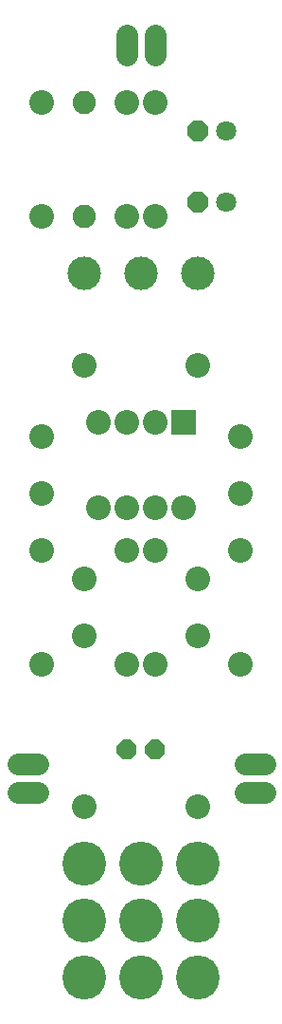
<source format=gts>
G75*
%MOIN*%
%OFA0B0*%
%FSLAX25Y25*%
%IPPOS*%
%LPD*%
%AMOC8*
5,1,8,0,0,1.08239X$1,22.5*
%
%ADD10C,0.08200*%
%ADD11OC8,0.07100*%
%ADD12C,0.07100*%
%ADD13OC8,0.07000*%
%ADD14C,0.15430*%
%ADD15C,0.08674*%
%ADD16R,0.08674X0.08674*%
%ADD17C,0.11800*%
%ADD18C,0.07800*%
D10*
X0031000Y0284300D03*
X0031000Y0324300D03*
D11*
X0071000Y0314300D03*
X0071000Y0289300D03*
D12*
X0081000Y0289300D03*
X0081000Y0314300D03*
D13*
X0056000Y0096800D03*
X0046000Y0096800D03*
D14*
X0031000Y0016800D03*
X0031000Y0036800D03*
X0031000Y0056800D03*
X0051000Y0056800D03*
X0051000Y0036800D03*
X0051000Y0016800D03*
X0071000Y0016800D03*
X0071000Y0036800D03*
X0071000Y0056800D03*
D15*
X0071000Y0076800D03*
X0056000Y0126800D03*
X0046000Y0126800D03*
X0031000Y0136800D03*
X0016000Y0126800D03*
X0031000Y0156800D03*
X0016000Y0166800D03*
X0016000Y0186800D03*
X0016000Y0206800D03*
X0031000Y0231800D03*
X0036000Y0211800D03*
X0046000Y0211800D03*
X0056000Y0211800D03*
X0071000Y0231800D03*
X0086000Y0206800D03*
X0086000Y0186800D03*
X0086000Y0166800D03*
X0071000Y0156800D03*
X0056000Y0166800D03*
X0046000Y0166800D03*
X0046000Y0181800D03*
X0056000Y0181800D03*
X0066000Y0181800D03*
X0036000Y0181800D03*
X0071000Y0136800D03*
X0086000Y0126800D03*
X0031000Y0076800D03*
X0016000Y0284300D03*
X0046000Y0284300D03*
X0056000Y0284300D03*
X0056000Y0324300D03*
X0046000Y0324300D03*
X0016000Y0324300D03*
D16*
X0066000Y0211800D03*
D17*
X0071000Y0264300D03*
X0051000Y0264300D03*
X0031000Y0264300D03*
D18*
X0046000Y0340800D02*
X0046000Y0347800D01*
X0056000Y0347800D02*
X0056000Y0340800D01*
X0087500Y0091800D02*
X0094500Y0091800D01*
X0094500Y0081800D02*
X0087500Y0081800D01*
X0014500Y0081800D02*
X0007500Y0081800D01*
X0007500Y0091800D02*
X0014500Y0091800D01*
M02*

</source>
